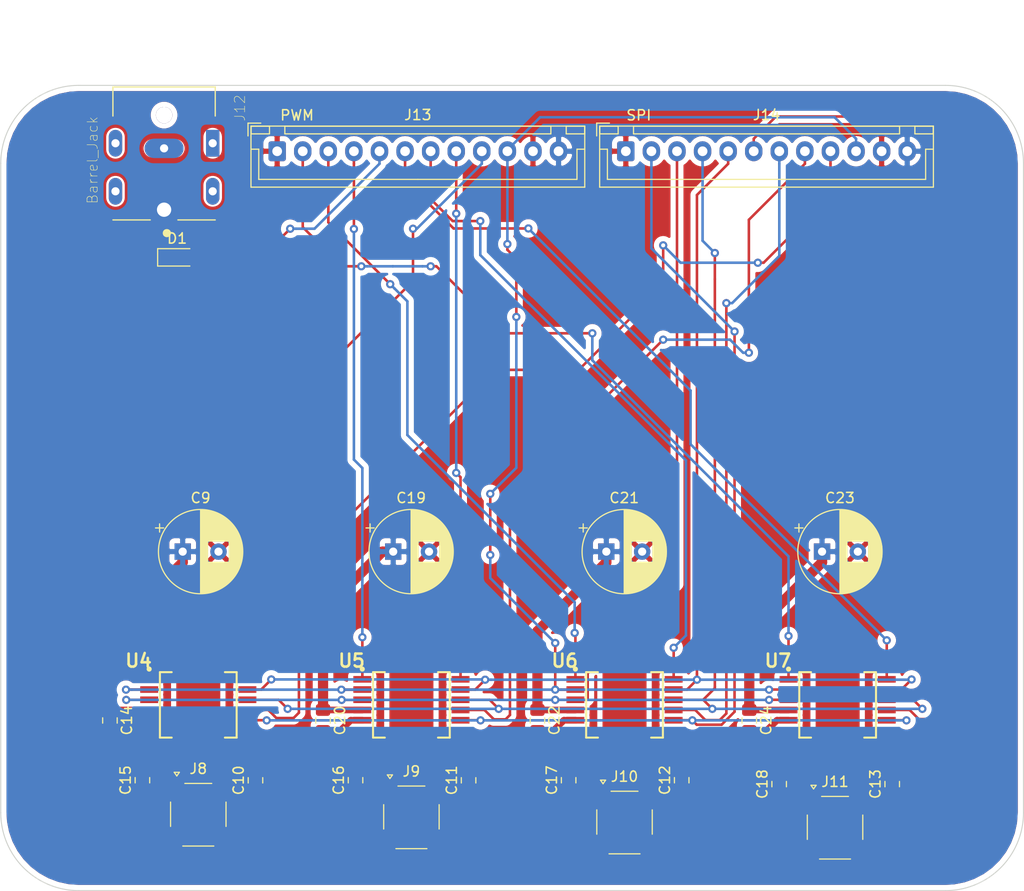
<source format=kicad_pcb>
(kicad_pcb (version 20171130) (host pcbnew "(5.1.5)-3")
  (layers (0 F.Cu signal) (31 B.Cu signal) (34 B.Paste user) (35 F.Paste user) (36 B.SilkS user) (37 F.SilkS user) (38 B.Mask user) (39 F.Mask user) (44 Edge.Cuts user))
  (net 0 "")
  (net 1 GND)
  (net 2 +12V)
  (net 3 VOS)
  (net 4 SPI1_MOSI)
  (net 5 SPI1_MISO)
  (net 6 SPI1_SCK)
  (net 7 NSS4)
  (net 8 NSS3)
  (net 9 NSS2)
  (net 10 NSS1)
  (net 11 M1OUT2)
  (net 12 M2OUT2)
  (net 13 M3OUT2)
  (net 14 M1OUT1)
  (net 15 M2OUT1)
  (net 16 M3OUT1)
  (net 17 M4OUT1)
  (net 18 M4OUT2)
  (net 19 DIR4)
  (net 20 DIR3)
  (net 21 DIR2)
  (net 22 DIR1)
  (net 23 PWM4)
  (net 24 PWM3)
  (net 25 PWM2)
  (net 26 PWM1)
  (net 27 "Net-(J14-Pad5)")
  (module PJ-082BH:CUI_PJ-082BH (layer F.Cu) (at 77.302 42.218 270)
    (fp_text reference J12 (at -4.44099 -7.40666 270) (layer F.SilkS) (effects (font (size 1.00023 1.00023) (thickness 0.05))))
    (fp_text value Barrel_Jack (at 0.649 6.993 270) (layer F.SilkS) (effects (font (size 1.00119 1.00119) (thickness 0.05))))
    (fp_arc (start -0.5 -1.1) (end -0.5 -1.5) (angle -90) (layer Edge.Cuts) (width 0.0001))
    (fp_arc (start -0.5 -1.1) (end -0.1 -1.1) (angle -90) (layer Edge.Cuts) (width 0.0001))
    (fp_line (start -0.1 -1.1) (end -0.1 1.1) (layer Edge.Cuts) (width 0.0001))
    (fp_arc (start -0.5 1.1) (end -0.5 1.5) (angle -90) (layer Edge.Cuts) (width 0.0001))
    (fp_arc (start -0.5 1.1) (end -0.9 1.1) (angle -90) (layer Edge.Cuts) (width 0.0001))
    (fp_line (start -0.9 1.1) (end -0.9 -1.1) (layer Edge.Cuts) (width 0.0001))
    (fp_arc (start 4.3 4.75) (end 4.7 4.75) (angle -90) (layer Edge.Cuts) (width 0.0001))
    (fp_arc (start 4.3 4.75) (end 4.3 5.15) (angle -90) (layer Edge.Cuts) (width 0.0001))
    (fp_line (start 4.3 5.15) (end 3.1 5.15) (layer Edge.Cuts) (width 0.0001))
    (fp_arc (start 3.1 4.75) (end 2.7 4.75) (angle -90) (layer Edge.Cuts) (width 0.0001))
    (fp_arc (start 3.1 4.75) (end 3.1 4.35) (angle -90) (layer Edge.Cuts) (width 0.0001))
    (fp_line (start 3.1 4.35) (end 4.3 4.35) (layer Edge.Cuts) (width 0.0001))
    (fp_arc (start -0.4 -4.75) (end 0 -4.75) (angle -90) (layer Edge.Cuts) (width 0.0001))
    (fp_arc (start -0.4 -4.75) (end -0.4 -4.35) (angle -90) (layer Edge.Cuts) (width 0.0001))
    (fp_line (start -0.4 -4.35) (end -1.6 -4.35) (layer Edge.Cuts) (width 0.0001))
    (fp_arc (start -1.6 -4.75) (end -2 -4.75) (angle -90) (layer Edge.Cuts) (width 0.0001))
    (fp_arc (start -1.6 -4.75) (end -1.6 -5.15) (angle -90) (layer Edge.Cuts) (width 0.0001))
    (fp_line (start -1.6 -5.15) (end -0.4 -5.15) (layer Edge.Cuts) (width 0.0001))
    (fp_arc (start -0.4 4.75) (end 0 4.75) (angle -90) (layer Edge.Cuts) (width 0.0001))
    (fp_arc (start -0.4 4.75) (end -0.4 5.15) (angle -90) (layer Edge.Cuts) (width 0.0001))
    (fp_line (start -0.4 5.15) (end -1.6 5.15) (layer Edge.Cuts) (width 0.0001))
    (fp_arc (start -1.6 4.75) (end -2 4.75) (angle -90) (layer Edge.Cuts) (width 0.0001))
    (fp_arc (start -1.6 4.75) (end -1.6 4.35) (angle -90) (layer Edge.Cuts) (width 0.0001))
    (fp_line (start -1.6 4.35) (end -0.4 4.35) (layer Edge.Cuts) (width 0.0001))
    (fp_arc (start 4.3 -4.75) (end 4.7 -4.75) (angle -90) (layer Edge.Cuts) (width 0.0001))
    (fp_arc (start 4.3 -4.75) (end 4.3 -4.35) (angle -90) (layer Edge.Cuts) (width 0.0001))
    (fp_line (start 4.3 -4.35) (end 3.1 -4.35) (layer Edge.Cuts) (width 0.0001))
    (fp_arc (start 3.1 -4.75) (end 2.7 -4.75) (angle -90) (layer Edge.Cuts) (width 0.0001))
    (fp_arc (start 3.1 -4.75) (end 3.1 -5.15) (angle -90) (layer Edge.Cuts) (width 0.0001))
    (fp_line (start 3.1 -5.15) (end 4.3 -5.15) (layer Edge.Cuts) (width 0.0001))
    (pad 1 thru_hole circle (at 5.5 0 270) (size 2.1 2.1) (drill 1.4) (layers *.Cu *.Mask) (net 2 +12V) (clearance 0.1524))
    (pad 2 thru_hole oval (at -0.5 0) (size 3.8 1.9) (drill 0.8) (layers *.Cu *.Mask) (net 1 GND) (clearance 0.1524))
    (pad 3 thru_hole oval (at 3.7 -4.75 90) (size 2.615999 1.308) (drill 0.8) (layers *.Cu *.Mask) (net 1 GND) (clearance 0.1524))
    (pad 4 thru_hole rect (at -1 -4.75 90) (size 2.615999 1.308) (drill 0.8) (layers *.Cu *.Mask) (net 1 GND) (clearance 0.1524))
    (pad 5 thru_hole oval (at -1 4.75 90) (size 2.615999 1.308) (drill 0.8) (layers *.Cu *.Mask) (net 1 GND) (clearance 0.1524))
    (pad 6 thru_hole oval (at 3.7 4.75 90) (size 2.615999 1.308) (drill 0.8) (layers *.Cu *.Mask) (net 1 GND) (clearance 0.1524))
    (pad Hole thru_hole circle (at -3.75 0) (size 1.6 1.6) (drill 1.6) (layers *.Cu *.Mask))
  )
  (module Capacitor_THT:CP_Radial_D8.0mm_P3.50mm (layer F.Cu) (at 79.121 81.153)
    (fp_text reference C9 (at 1.75 -5.25) (layer F.SilkS))
    (fp_text value 100uF)
    (pad 1 thru_hole rect (at 0 0) (size 1.6 1.6) (drill 0.8) (layers *.Cu *.Mask) (net 2 +12V))
    (pad 2 thru_hole circle (at 3.5 0) (size 1.6 1.6) (drill 0.8) (layers *.Cu *.Mask) (net 1 GND))
  )
  (module Capacitor_SMD:C_0805_2012Metric_Pad1.15x1.40mm_HandSolder (layer F.Cu) (at 86.233 103.514 90)
    (fp_text reference C10 (at 0 -1.65 90) (layer F.SilkS))
    (fp_text value <33nF)
    (pad 2 smd roundrect (at 1.025 0 90) (size 1.15 1.4) (layers F.Cu F.Paste F.Mask) (roundrect_rratio 0.217391) (net 11 M1OUT2))
    (pad 1 smd roundrect (at -1.025 0 90) (size 1.15 1.4) (layers F.Cu F.Paste F.Mask) (roundrect_rratio 0.217391) (net 1 GND))
  )
  (module Capacitor_SMD:C_0805_2012Metric_Pad1.15x1.40mm_HandSolder (layer F.Cu) (at 107.061 103.514 90)
    (fp_text reference C11 (at 0 -1.65 90) (layer F.SilkS))
    (fp_text value <33nF)
    (pad 2 smd roundrect (at 1.025 0 90) (size 1.15 1.4) (layers F.Cu F.Paste F.Mask) (roundrect_rratio 0.217391) (net 12 M2OUT2))
    (pad 1 smd roundrect (at -1.025 0 90) (size 1.15 1.4) (layers F.Cu F.Paste F.Mask) (roundrect_rratio 0.217391) (net 1 GND))
  )
  (module Capacitor_SMD:C_0805_2012Metric_Pad1.15x1.40mm_HandSolder (layer F.Cu) (at 127.889 103.505 90)
    (fp_text reference C12 (at 0 -1.65 90) (layer F.SilkS))
    (fp_text value <33nF)
    (pad 2 smd roundrect (at 1.025 0 90) (size 1.15 1.4) (layers F.Cu F.Paste F.Mask) (roundrect_rratio 0.217391) (net 13 M3OUT2))
    (pad 1 smd roundrect (at -1.025 0 90) (size 1.15 1.4) (layers F.Cu F.Paste F.Mask) (roundrect_rratio 0.217391) (net 1 GND))
  )
  (module Capacitor_SMD:C_0805_2012Metric_Pad1.15x1.40mm_HandSolder (layer F.Cu) (at 148.463 103.886 90)
    (fp_text reference C13 (at 0 -1.65 90) (layer F.SilkS))
    (fp_text value <33nF)
    (pad 1 smd roundrect (at -1.025 0 90) (size 1.15 1.4) (layers F.Cu F.Paste F.Mask) (roundrect_rratio 0.217391) (net 1 GND))
    (pad 2 smd roundrect (at 1.025 0 90) (size 1.15 1.4) (layers F.Cu F.Paste F.Mask) (roundrect_rratio 0.217391) (net 18 M4OUT2))
  )
  (module Capacitor_SMD:C_0805_2012Metric_Pad1.15x1.40mm_HandSolder (layer F.Cu) (at 72.009 97.663 270)
    (fp_text reference C14 (at 0 -1.65 90) (layer F.SilkS))
    (fp_text value 100nF)
    (pad 1 smd roundrect (at -1.025 0 270) (size 1.15 1.4) (layers F.Cu F.Paste F.Mask) (roundrect_rratio 0.217391) (net 2 +12V))
    (pad 2 smd roundrect (at 1.025 0 270) (size 1.15 1.4) (layers F.Cu F.Paste F.Mask) (roundrect_rratio 0.217391) (net 1 GND))
  )
  (module Capacitor_SMD:C_0805_2012Metric_Pad1.15x1.40mm_HandSolder (layer F.Cu) (at 75.184 103.505 90)
    (fp_text reference C15 (at 0 -1.65 90) (layer F.SilkS))
    (fp_text value <33nF)
    (pad 1 smd roundrect (at -1.025 0 90) (size 1.15 1.4) (layers F.Cu F.Paste F.Mask) (roundrect_rratio 0.217391) (net 1 GND))
    (pad 2 smd roundrect (at 1.025 0 90) (size 1.15 1.4) (layers F.Cu F.Paste F.Mask) (roundrect_rratio 0.217391) (net 14 M1OUT1))
  )
  (module Capacitor_SMD:C_0805_2012Metric_Pad1.15x1.40mm_HandSolder (layer F.Cu) (at 96.012 103.505 90)
    (fp_text reference C16 (at 0 -1.65 90) (layer F.SilkS))
    (fp_text value <33nF)
    (pad 1 smd roundrect (at -1.025 0 90) (size 1.15 1.4) (layers F.Cu F.Paste F.Mask) (roundrect_rratio 0.217391) (net 1 GND))
    (pad 2 smd roundrect (at 1.025 0 90) (size 1.15 1.4) (layers F.Cu F.Paste F.Mask) (roundrect_rratio 0.217391) (net 15 M2OUT1))
  )
  (module Capacitor_SMD:C_0805_2012Metric_Pad1.15x1.40mm_HandSolder (layer F.Cu) (at 116.84 103.505 90)
    (fp_text reference C17 (at 0 -1.65 90) (layer F.SilkS))
    (fp_text value <33nF)
    (pad 1 smd roundrect (at -1.025 0 90) (size 1.15 1.4) (layers F.Cu F.Paste F.Mask) (roundrect_rratio 0.217391) (net 1 GND))
    (pad 2 smd roundrect (at 1.025 0 90) (size 1.15 1.4) (layers F.Cu F.Paste F.Mask) (roundrect_rratio 0.217391) (net 16 M3OUT1))
  )
  (module Capacitor_SMD:C_0805_2012Metric_Pad1.15x1.40mm_HandSolder (layer F.Cu) (at 137.414 103.886 90)
    (fp_text reference C18 (at 0 -1.65 90) (layer F.SilkS))
    (fp_text value <33nF)
    (pad 1 smd roundrect (at -1.025 0 90) (size 1.15 1.4) (layers F.Cu F.Paste F.Mask) (roundrect_rratio 0.217391) (net 1 GND))
    (pad 2 smd roundrect (at 1.025 0 90) (size 1.15 1.4) (layers F.Cu F.Paste F.Mask) (roundrect_rratio 0.217391) (net 17 M4OUT1))
  )
  (module Capacitor_THT:CP_Radial_D8.0mm_P3.50mm (layer F.Cu) (at 99.695 81.153)
    (fp_text reference C19 (at 1.75 -5.25) (layer F.SilkS))
    (fp_text value 100uF)
    (pad 2 thru_hole circle (at 3.5 0) (size 1.6 1.6) (drill 0.8) (layers *.Cu *.Mask) (net 1 GND))
    (pad 1 thru_hole rect (at 0 0) (size 1.6 1.6) (drill 0.8) (layers *.Cu *.Mask) (net 2 +12V))
  )
  (module Capacitor_SMD:C_0805_2012Metric_Pad1.15x1.40mm_HandSolder (layer F.Cu) (at 92.837 97.663 270)
    (fp_text reference C20 (at 0 -1.65 90) (layer F.SilkS))
    (fp_text value 100nF)
    (pad 2 smd roundrect (at 1.025 0 270) (size 1.15 1.4) (layers F.Cu F.Paste F.Mask) (roundrect_rratio 0.217391) (net 1 GND))
    (pad 1 smd roundrect (at -1.025 0 270) (size 1.15 1.4) (layers F.Cu F.Paste F.Mask) (roundrect_rratio 0.217391) (net 2 +12V))
  )
  (module Capacitor_THT:CP_Radial_D8.0mm_P3.50mm (layer F.Cu) (at 120.523 81.153)
    (fp_text reference C21 (at 1.75 -5.25) (layer F.SilkS))
    (fp_text value 100uF)
    (pad 1 thru_hole rect (at 0 0) (size 1.6 1.6) (drill 0.8) (layers *.Cu *.Mask) (net 2 +12V))
    (pad 2 thru_hole circle (at 3.5 0) (size 1.6 1.6) (drill 0.8) (layers *.Cu *.Mask) (net 1 GND))
  )
  (module Capacitor_SMD:C_0805_2012Metric_Pad1.15x1.40mm_HandSolder (layer F.Cu) (at 113.792 97.663 270)
    (fp_text reference C22 (at 0 -1.65 90) (layer F.SilkS))
    (fp_text value 100nF)
    (pad 1 smd roundrect (at -1.025 0 270) (size 1.15 1.4) (layers F.Cu F.Paste F.Mask) (roundrect_rratio 0.217391) (net 2 +12V))
    (pad 2 smd roundrect (at 1.025 0 270) (size 1.15 1.4) (layers F.Cu F.Paste F.Mask) (roundrect_rratio 0.217391) (net 1 GND))
  )
  (module Capacitor_THT:CP_Radial_D8.0mm_P3.50mm (layer F.Cu) (at 141.605 81.153)
    (fp_text reference C23 (at 1.75 -5.25) (layer F.SilkS))
    (fp_text value 100uF)
    (pad 2 thru_hole circle (at 3.5 0) (size 1.6 1.6) (drill 0.8) (layers *.Cu *.Mask) (net 1 GND))
    (pad 1 thru_hole rect (at 0 0) (size 1.6 1.6) (drill 0.8) (layers *.Cu *.Mask) (net 2 +12V))
  )
  (module Capacitor_SMD:C_0805_2012Metric_Pad1.15x1.40mm_HandSolder (layer F.Cu) (at 134.493 97.663 270)
    (fp_text reference C24 (at 0 -1.65 90) (layer F.SilkS))
    (fp_text value 100nF)
    (pad 2 smd roundrect (at 1.025 0 270) (size 1.15 1.4) (layers F.Cu F.Paste F.Mask) (roundrect_rratio 0.217391) (net 1 GND))
    (pad 1 smd roundrect (at -1.025 0 270) (size 1.15 1.4) (layers F.Cu F.Paste F.Mask) (roundrect_rratio 0.217391) (net 2 +12V))
  )
  (module Diode_SMD:D_SOD-323_HandSoldering (layer F.Cu) (at 78.572 52.378)
    (fp_text reference D1 (at 0 -1.85) (layer F.SilkS))
    (fp_text value D_Zener)
    (pad 1 smd rect (at -1.25 0) (size 1 1) (layers F.Cu F.Paste F.Mask) (net 2 +12V))
    (pad 2 smd rect (at 1.25 0) (size 1 1) (layers F.Cu F.Paste F.Mask) (net 1 GND))
  )
  (module Connector_JST:JST_SFH_SM02B-SFHRS-TF_1x02-1MP_P4.20mm_Horizontal (layer F.Cu) (at 80.645 106.807)
    (fp_text reference J8 (at 0 -4.42) (layer F.SilkS))
    (fp_text value Conn_01x02_Male)
    (pad MP smd roundrect (at 2.2 2.35) (size 0.85 1.75) (layers F.Cu F.Paste F.Mask))
    (pad MP smd roundrect (at -2.2 2.35) (size 0.85 1.75) (layers F.Cu F.Paste F.Mask))
    (pad 2 smd roundrect (at 2.1 -2.325) (size 1.05 1.8) (layers F.Cu F.Paste F.Mask) (roundrect_rratio 0.238095) (net 11 M1OUT2))
    (pad 1 smd roundrect (at -2.1 -2.325) (size 1.05 1.8) (layers F.Cu F.Paste F.Mask) (roundrect_rratio 0.238095) (net 14 M1OUT1))
  )
  (module Connector_JST:JST_SFH_SM02B-SFHRS-TF_1x02-1MP_P4.20mm_Horizontal (layer F.Cu) (at 101.473 107.061)
    (fp_text reference J9 (at 0 -4.42) (layer F.SilkS))
    (fp_text value Conn_01x02_Male)
    (pad 1 smd roundrect (at -2.1 -2.325) (size 1.05 1.8) (layers F.Cu F.Paste F.Mask) (roundrect_rratio 0.238095) (net 15 M2OUT1))
    (pad 2 smd roundrect (at 2.1 -2.325) (size 1.05 1.8) (layers F.Cu F.Paste F.Mask) (roundrect_rratio 0.238095) (net 12 M2OUT2))
    (pad MP smd roundrect (at -2.2 2.35) (size 0.85 1.75) (layers F.Cu F.Paste F.Mask))
    (pad MP smd roundrect (at 2.2 2.35) (size 0.85 1.75) (layers F.Cu F.Paste F.Mask))
  )
  (module Connector_JST:JST_SFH_SM02B-SFHRS-TF_1x02-1MP_P4.20mm_Horizontal (layer F.Cu) (at 122.301 107.569)
    (fp_text reference J10 (at 0 -4.42) (layer F.SilkS))
    (fp_text value Conn_01x02_Male)
    (pad MP smd roundrect (at 2.2 2.35) (size 0.85 1.75) (layers F.Cu F.Paste F.Mask))
    (pad MP smd roundrect (at -2.2 2.35) (size 0.85 1.75) (layers F.Cu F.Paste F.Mask))
    (pad 2 smd roundrect (at 2.1 -2.325) (size 1.05 1.8) (layers F.Cu F.Paste F.Mask) (roundrect_rratio 0.238095) (net 13 M3OUT2))
    (pad 1 smd roundrect (at -2.1 -2.325) (size 1.05 1.8) (layers F.Cu F.Paste F.Mask) (roundrect_rratio 0.238095) (net 16 M3OUT1))
  )
  (module Connector_JST:JST_SFH_SM02B-SFHRS-TF_1x02-1MP_P4.20mm_Horizontal (layer F.Cu) (at 142.875 108.077)
    (fp_text reference J11 (at 0 -4.42) (layer F.SilkS))
    (fp_text value Conn_01x02_Male)
    (pad 1 smd roundrect (at -2.1 -2.325) (size 1.05 1.8) (layers F.Cu F.Paste F.Mask) (roundrect_rratio 0.238095) (net 17 M4OUT1))
    (pad 2 smd roundrect (at 2.1 -2.325) (size 1.05 1.8) (layers F.Cu F.Paste F.Mask) (roundrect_rratio 0.238095) (net 18 M4OUT2))
    (pad MP smd roundrect (at -2.2 2.35) (size 0.85 1.75) (layers F.Cu F.Paste F.Mask))
    (pad MP smd roundrect (at 2.2 2.35) (size 0.85 1.75) (layers F.Cu F.Paste F.Mask))
  )
  (module Connector_JST:JST_XH_B12B-XH-A_1x12_P2.50mm_Vertical (layer F.Cu) (at 88.354 42.002)
    (fp_text reference J13 (at 13.75 -3.55) (layer F.SilkS))
    (fp_text value Conn_01x12_Male)
    (pad 1 thru_hole roundrect (at 0 0) (size 1.7 1.95) (drill 0.95) (layers *.Cu *.Mask) (roundrect_rratio 0.147059) (net 1 GND))
    (pad 2 thru_hole oval (at 2.5 0) (size 1.7 1.95) (drill 0.95) (layers *.Cu *.Mask) (net 19 DIR4))
    (pad 3 thru_hole oval (at 5 0) (size 1.7 1.95) (drill 0.95) (layers *.Cu *.Mask) (net 20 DIR3))
    (pad 4 thru_hole oval (at 7.5 0) (size 1.7 1.95) (drill 0.95) (layers *.Cu *.Mask) (net 21 DIR2))
    (pad 5 thru_hole oval (at 10 0) (size 1.7 1.95) (drill 0.95) (layers *.Cu *.Mask) (net 22 DIR1))
    (pad 6 thru_hole oval (at 12.5 0) (size 1.7 1.95) (drill 0.95) (layers *.Cu *.Mask) (net 23 PWM4))
    (pad 7 thru_hole oval (at 15 0) (size 1.7 1.95) (drill 0.95) (layers *.Cu *.Mask) (net 24 PWM3))
    (pad 8 thru_hole oval (at 17.5 0) (size 1.7 1.95) (drill 0.95) (layers *.Cu *.Mask) (net 25 PWM2))
    (pad 9 thru_hole oval (at 20 0) (size 1.7 1.95) (drill 0.95) (layers *.Cu *.Mask) (net 26 PWM1))
    (pad 10 thru_hole oval (at 22.5 0) (size 1.7 1.95) (drill 0.95) (layers *.Cu *.Mask) (net 3 VOS))
    (pad 11 thru_hole oval (at 25 0) (size 1.7 1.95) (drill 0.95) (layers *.Cu *.Mask) (net 1 GND))
    (pad 12 thru_hole oval (at 27.5 0) (size 1.7 1.95) (drill 0.95) (layers *.Cu *.Mask) (net 2 +12V))
  )
  (module Connector_JST:JST_XH_B12B-XH-A_1x12_P2.50mm_Vertical (layer F.Cu) (at 122.429 42.002)
    (fp_text reference J14 (at 13.75 -3.55) (layer F.SilkS))
    (fp_text value Conn_01x12_Male)
    (pad 12 thru_hole oval (at 27.5 0) (size 1.7 1.95) (drill 0.95) (layers *.Cu *.Mask) (net 2 +12V))
    (pad 11 thru_hole oval (at 25 0) (size 1.7 1.95) (drill 0.95) (layers *.Cu *.Mask) (net 1 GND))
    (pad 10 thru_hole oval (at 22.5 0) (size 1.7 1.95) (drill 0.95) (layers *.Cu *.Mask) (net 3 VOS))
    (pad 9 thru_hole oval (at 20 0) (size 1.7 1.95) (drill 0.95) (layers *.Cu *.Mask) (net 10 NSS1))
    (pad 8 thru_hole oval (at 17.5 0) (size 1.7 1.95) (drill 0.95) (layers *.Cu *.Mask) (net 9 NSS2))
    (pad 7 thru_hole oval (at 15 0) (size 1.7 1.95) (drill 0.95) (layers *.Cu *.Mask) (net 8 NSS3))
    (pad 6 thru_hole oval (at 12.5 0) (size 1.7 1.95) (drill 0.95) (layers *.Cu *.Mask) (net 7 NSS4))
    (pad 5 thru_hole oval (at 10 0) (size 1.7 1.95) (drill 0.95) (layers *.Cu *.Mask) (net 27 "Net-(J14-Pad5)"))
    (pad 4 thru_hole oval (at 7.5 0) (size 1.7 1.95) (drill 0.95) (layers *.Cu *.Mask) (net 6 SPI1_SCK))
    (pad 3 thru_hole oval (at 5 0) (size 1.7 1.95) (drill 0.95) (layers *.Cu *.Mask) (net 5 SPI1_MISO))
    (pad 2 thru_hole oval (at 2.5 0) (size 1.7 1.95) (drill 0.95) (layers *.Cu *.Mask) (net 4 SPI1_MOSI))
    (pad 1 thru_hole roundrect (at 0 0) (size 1.7 1.95) (drill 0.95) (layers *.Cu *.Mask) (roundrect_rratio 0.147059) (net 1 GND))
  )
  (module SamacSys_Parts:PG-DSO-12-17 (layer F.Cu) (at 80.645 96.139)
    (fp_text reference U4 (at -5.842 -4.318) (layer F.SilkS) (effects (font (size 1.27 1.27) (thickness 0.254))))
    (fp_text value IFX9201SGAUMA1 hide)
    (pad 13 smd rect (at 0 0) (size 4.3 7.9) (layers F.Cu F.Paste F.Mask))
    (pad 12 smd rect (at 4.8 -2.5 90) (size 0.65 1.75) (layers F.Cu F.Paste F.Mask) (net 26 PWM1))
    (pad 11 smd rect (at 4.8 -1.5 90) (size 0.65 1.75) (layers F.Cu F.Paste F.Mask) (net 27 "Net-(J14-Pad5)"))
    (pad 10 smd rect (at 4.8 -0.5 90) (size 0.65 1.75) (layers F.Cu F.Paste F.Mask) (net 6 SPI1_SCK))
    (pad 9 smd rect (at 4.8 0.5 90) (size 0.65 1.75) (layers F.Cu F.Paste F.Mask) (net 10 NSS1))
    (pad 8 smd rect (at 4.8 1.5 90) (size 0.65 1.75) (layers F.Cu F.Paste F.Mask) (net 4 SPI1_MOSI))
    (pad 7 smd rect (at 4.8 2.5 90) (size 0.65 1.75) (layers F.Cu F.Paste F.Mask) (net 11 M1OUT2))
    (pad 6 smd rect (at -4.8 2.5 90) (size 0.65 1.75) (layers F.Cu F.Paste F.Mask) (net 1 GND))
    (pad 5 smd rect (at -4.8 1.5 90) (size 0.65 1.75) (layers F.Cu F.Paste F.Mask) (net 14 M1OUT1))
    (pad 4 smd rect (at -4.8 0.5 90) (size 0.65 1.75) (layers F.Cu F.Paste F.Mask) (net 2 +12V))
    (pad 3 smd rect (at -4.8 -0.5 90) (size 0.65 1.75) (layers F.Cu F.Paste F.Mask) (net 5 SPI1_MISO))
    (pad 2 smd rect (at -4.8 -1.5 90) (size 0.65 1.75) (layers F.Cu F.Paste F.Mask) (net 3 VOS))
    (pad 1 smd rect (at -4.8 -2.5 90) (size 0.65 1.75) (layers F.Cu F.Paste F.Mask) (net 22 DIR1))
  )
  (module SamacSys_Parts:PG-DSO-12-17 (layer F.Cu) (at 101.473 96.139)
    (fp_text reference U5 (at -5.842 -4.318) (layer F.SilkS) (effects (font (size 1.27 1.27) (thickness 0.254))))
    (fp_text value IFX9201SGAUMA1 hide)
    (pad 1 smd rect (at -4.8 -2.5 90) (size 0.65 1.75) (layers F.Cu F.Paste F.Mask) (net 21 DIR2))
    (pad 2 smd rect (at -4.8 -1.5 90) (size 0.65 1.75) (layers F.Cu F.Paste F.Mask) (net 3 VOS))
    (pad 3 smd rect (at -4.8 -0.5 90) (size 0.65 1.75) (layers F.Cu F.Paste F.Mask) (net 5 SPI1_MISO))
    (pad 4 smd rect (at -4.8 0.5 90) (size 0.65 1.75) (layers F.Cu F.Paste F.Mask) (net 2 +12V))
    (pad 5 smd rect (at -4.8 1.5 90) (size 0.65 1.75) (layers F.Cu F.Paste F.Mask) (net 15 M2OUT1))
    (pad 6 smd rect (at -4.8 2.5 90) (size 0.65 1.75) (layers F.Cu F.Paste F.Mask) (net 1 GND))
    (pad 7 smd rect (at 4.8 2.5 90) (size 0.65 1.75) (layers F.Cu F.Paste F.Mask) (net 12 M2OUT2))
    (pad 8 smd rect (at 4.8 1.5 90) (size 0.65 1.75) (layers F.Cu F.Paste F.Mask) (net 4 SPI1_MOSI))
    (pad 9 smd rect (at 4.8 0.5 90) (size 0.65 1.75) (layers F.Cu F.Paste F.Mask) (net 9 NSS2))
    (pad 10 smd rect (at 4.8 -0.5 90) (size 0.65 1.75) (layers F.Cu F.Paste F.Mask) (net 6 SPI1_SCK))
    (pad 11 smd rect (at 4.8 -1.5 90) (size 0.65 1.75) (layers F.Cu F.Paste F.Mask) (net 27 "Net-(J14-Pad5)"))
    (pad 12 smd rect (at 4.8 -2.5 90) (size 0.65 1.75) (layers F.Cu F.Paste F.Mask) (net 25 PWM2))
    (pad 13 smd rect (at 0 0) (size 4.3 7.9) (layers F.Cu F.Paste F.Mask))
  )
  (module SamacSys_Parts:PG-DSO-12-17 (layer F.Cu) (at 122.301 96.139)
    (fp_text reference U6 (at -5.842 -4.318) (layer F.SilkS) (effects (font (size 1.27 1.27) (thickness 0.254))))
    (fp_text value IFX9201SGAUMA1 hide)
    (pad 13 smd rect (at 0 0) (size 4.3 7.9) (layers F.Cu F.Paste F.Mask))
    (pad 12 smd rect (at 4.8 -2.5 90) (size 0.65 1.75) (layers F.Cu F.Paste F.Mask) (net 24 PWM3))
    (pad 11 smd rect (at 4.8 -1.5 90) (size 0.65 1.75) (layers F.Cu F.Paste F.Mask) (net 27 "Net-(J14-Pad5)"))
    (pad 10 smd rect (at 4.8 -0.5 90) (size 0.65 1.75) (layers F.Cu F.Paste F.Mask) (net 6 SPI1_SCK))
    (pad 9 smd rect (at 4.8 0.5 90) (size 0.65 1.75) (layers F.Cu F.Paste F.Mask) (net 8 NSS3))
    (pad 8 smd rect (at 4.8 1.5 90) (size 0.65 1.75) (layers F.Cu F.Paste F.Mask) (net 4 SPI1_MOSI))
    (pad 7 smd rect (at 4.8 2.5 90) (size 0.65 1.75) (layers F.Cu F.Paste F.Mask) (net 13 M3OUT2))
    (pad 6 smd rect (at -4.8 2.5 90) (size 0.65 1.75) (layers F.Cu F.Paste F.Mask) (net 1 GND))
    (pad 5 smd rect (at -4.8 1.5 90) (size 0.65 1.75) (layers F.Cu F.Paste F.Mask) (net 16 M3OUT1))
    (pad 4 smd rect (at -4.8 0.5 90) (size 0.65 1.75) (layers F.Cu F.Paste F.Mask) (net 2 +12V))
    (pad 3 smd rect (at -4.8 -0.5 90) (size 0.65 1.75) (layers F.Cu F.Paste F.Mask) (net 5 SPI1_MISO))
    (pad 2 smd rect (at -4.8 -1.5 90) (size 0.65 1.75) (layers F.Cu F.Paste F.Mask) (net 3 VOS))
    (pad 1 smd rect (at -4.8 -2.5 90) (size 0.65 1.75) (layers F.Cu F.Paste F.Mask) (net 20 DIR3))
  )
  (module SamacSys_Parts:PG-DSO-12-17 (layer F.Cu) (at 143.129 96.139)
    (fp_text reference U7 (at -5.842 -4.318) (layer F.SilkS) (effects (font (size 1.27 1.27) (thickness 0.254))))
    (fp_text value IFX9201SGAUMA1 hide)
    (pad 1 smd rect (at -4.8 -2.5 90) (size 0.65 1.75) (layers F.Cu F.Paste F.Mask) (net 19 DIR4))
    (pad 2 smd rect (at -4.8 -1.5 90) (size 0.65 1.75) (layers F.Cu F.Paste F.Mask) (net 3 VOS))
    (pad 3 smd rect (at -4.8 -0.5 90) (size 0.65 1.75) (layers F.Cu F.Paste F.Mask) (net 5 SPI1_MISO))
    (pad 4 smd rect (at -4.8 0.5 90) (size 0.65 1.75) (layers F.Cu F.Paste F.Mask) (net 2 +12V))
    (pad 5 smd rect (at -4.8 1.5 90) (size 0.65 1.75) (layers F.Cu F.Paste F.Mask) (net 17 M4OUT1))
    (pad 6 smd rect (at -4.8 2.5 90) (size 0.65 1.75) (layers F.Cu F.Paste F.Mask) (net 1 GND))
    (pad 7 smd rect (at 4.8 2.5 90) (size 0.65 1.75) (layers F.Cu F.Paste F.Mask) (net 18 M4OUT2))
    (pad 8 smd rect (at 4.8 1.5 90) (size 0.65 1.75) (layers F.Cu F.Paste F.Mask) (net 4 SPI1_MOSI))
    (pad 9 smd rect (at 4.8 0.5 90) (size 0.65 1.75) (layers F.Cu F.Paste F.Mask) (net 7 NSS4))
    (pad 10 smd rect (at 4.8 -0.5 90) (size 0.65 1.75) (layers F.Cu F.Paste F.Mask) (net 6 SPI1_SCK))
    (pad 11 smd rect (at 4.8 -1.5 90) (size 0.65 1.75) (layers F.Cu F.Paste F.Mask) (net 27 "Net-(J14-Pad5)"))
    (pad 12 smd rect (at 4.8 -2.5 90) (size 0.65 1.75) (layers F.Cu F.Paste F.Mask) (net 23 PWM4))
    (pad 13 smd rect (at 0 0) (size 4.3 7.9) (layers F.Cu F.Paste F.Mask))
  )
  (gr_text SPI (at 123.698 38.481) (layer F.SilkS) (effects (font (size 1 1))))
  (gr_text "PWM\n" (at 90.297 38.481) (layer F.SilkS) (effects (font (size 1 1))))
  (gr_arc (start 153.67 106.68) (end 153.67 114.3) (angle -90) (layer Edge.Cuts) (width 0.1))
  (gr_arc (start 68.961 106.68) (end 61.341 106.68) (angle -90) (layer Edge.Cuts) (width 0.1))
  (gr_arc (start 68.961 43.18) (end 68.961 35.56) (angle -90) (layer Edge.Cuts) (width 0.1))
  (gr_arc (start 153.67 43.18) (end 161.29 43.18) (angle -90) (layer Edge.Cuts) (width 0.1))
  (gr_line (start 61.341 43.18) (end 61.341 106.68) (layer Edge.Cuts) (width 0.1))
  (gr_line (start 161.29 43.18) (end 161.29 106.68) (layer Edge.Cuts) (width 0.1))
  (gr_line (start 153.67 114.3) (end 68.961 114.3) (layer Edge.Cuts) (width 0.1))
  (gr_line (start 153.67 35.56) (end 68.961 35.56) (layer Edge.Cuts) (width 0.1))
  (segment (start 82.052 41.218) (end 82.052 41.867711) (width 0.25) (layer F.Cu) (net 1))
  (segment (start 82.073631 41.889342) (end 82.080516 41.886879) (width 0.25) (layer F.Cu) (net 1))
  (segment (start 82.052 41.867711) (end 82.073631 41.889342) (width 0.25) (layer F.Cu) (net 1))
  (segment (start 82.073627 46.589343) (end 82.08052 46.586877) (width 0.25) (layer F.Cu) (net 1))
  (segment (start 82.052 45.918) (end 82.052 46.567716) (width 0.25) (layer F.Cu) (net 1))
  (segment (start 82.052 46.567716) (end 82.073627 46.589343) (width 0.25) (layer F.Cu) (net 1))
  (segment (start 77.373342 41.789342) (end 78.423631 41.789342) (width 0.25) (layer F.Cu) (net 1))
  (segment (start 77.302 41.718) (end 77.373342 41.789342) (width 0.25) (layer F.Cu) (net 1))
  (segment (start 75.844 96.638) (end 75.845 96.639) (width 0.25) (layer F.Cu) (net 2))
  (segment (start 72.009 96.638) (end 75.844 96.638) (width 0.65) (layer F.Cu) (net 2))
  (segment (start 96.672 96.638) (end 96.673 96.639) (width 0.25) (layer F.Cu) (net 2))
  (segment (start 92.837 96.638) (end 96.672 96.638) (width 0.65) (layer F.Cu) (net 2))
  (segment (start 138.328 96.638) (end 138.329 96.639) (width 0.25) (layer F.Cu) (net 2))
  (segment (start 134.493 96.638) (end 138.328 96.638) (width 0.65) (layer F.Cu) (net 2))
  (segment (start 134.493 96.063) (end 134.493 96.638) (width 1) (layer F.Cu) (net 2))
  (segment (start 134.493 89.315) (end 134.493 96.063) (width 1) (layer F.Cu) (net 2))
  (segment (start 141.605 82.203) (end 134.493 89.315) (width 1) (layer F.Cu) (net 2))
  (segment (start 141.605 81.153) (end 141.605 82.203) (width 1) (layer F.Cu) (net 2))
  (segment (start 113.792 96.063) (end 113.792 96.638) (width 1) (layer F.Cu) (net 2))
  (segment (start 113.792 88.934) (end 113.792 96.063) (width 1) (layer F.Cu) (net 2))
  (segment (start 120.523 82.203) (end 113.792 88.934) (width 1) (layer F.Cu) (net 2))
  (segment (start 120.523 81.153) (end 120.523 82.203) (width 1) (layer F.Cu) (net 2))
  (segment (start 92.837 96.063) (end 92.837 96.638) (width 1) (layer F.Cu) (net 2))
  (segment (start 92.837 86.961) (end 92.837 96.063) (width 1) (layer F.Cu) (net 2))
  (segment (start 98.645 81.153) (end 92.837 86.961) (width 1) (layer F.Cu) (net 2))
  (segment (start 99.695 81.153) (end 98.645 81.153) (width 1) (layer F.Cu) (net 2))
  (segment (start 79.121 82.203) (end 72.009 89.315) (width 1) (layer F.Cu) (net 2))
  (segment (start 72.009 96.063) (end 72.009 96.638) (width 0.25) (layer F.Cu) (net 2))
  (segment (start 72.009 89.315) (end 72.009 96.063) (width 1) (layer F.Cu) (net 2))
  (segment (start 79.121 81.153) (end 79.121 82.203) (width 1) (layer F.Cu) (net 2))
  (segment (start 77.302 52.358) (end 77.322 52.378) (width 0.25) (layer F.Cu) (net 2))
  (segment (start 77.302 47.718) (end 77.302 52.358) (width 0.25) (layer F.Cu) (net 2))
  (segment (start 113.793 96.639) (end 113.792 96.638) (width 0.25) (layer F.Cu) (net 2))
  (segment (start 117.501 96.639) (end 113.793 96.639) (width 0.65) (layer F.Cu) (net 2))
  (via (at 136.429 94.652) (size 0.8) (drill 0.4) (layers F.Cu B.Cu) (net 3))
  (via (at 94.629 94.652) (size 0.8) (drill 0.4) (layers F.Cu B.Cu) (net 3))
  (via (at 73.579 94.652) (size 0.8) (drill 0.4) (layers F.Cu B.Cu) (net 3))
  (via (at 115.529 94.652) (size 0.8) (drill 0.4) (layers F.Cu B.Cu) (net 3))
  (segment (start 73.592 94.639) (end 73.579 94.652) (width 0.25) (layer F.Cu) (net 3))
  (segment (start 75.845 94.639) (end 73.592 94.639) (width 0.25) (layer F.Cu) (net 3))
  (segment (start 96.66 94.652) (end 96.673 94.639) (width 0.25) (layer F.Cu) (net 3))
  (segment (start 94.629 94.652) (end 96.66 94.652) (width 0.25) (layer F.Cu) (net 3))
  (segment (start 117.488 94.652) (end 117.501 94.639) (width 0.25) (layer F.Cu) (net 3))
  (segment (start 115.529 94.652) (end 117.488 94.652) (width 0.25) (layer F.Cu) (net 3))
  (segment (start 136.442 94.639) (end 136.429 94.652) (width 0.25) (layer F.Cu) (net 3))
  (segment (start 138.329 94.639) (end 136.442 94.639) (width 0.25) (layer F.Cu) (net 3))
  (segment (start 74.144685 94.652) (end 94.629 94.652) (width 0.25) (layer B.Cu) (net 3))
  (segment (start 73.579 94.652) (end 74.144685 94.652) (width 0.25) (layer B.Cu) (net 3))
  (segment (start 94.629 94.652) (end 115.529 94.652) (width 0.25) (layer B.Cu) (net 3))
  (segment (start 116.094685 94.652) (end 136.429 94.652) (width 0.25) (layer B.Cu) (net 3))
  (segment (start 115.529 94.652) (end 116.094685 94.652) (width 0.25) (layer B.Cu) (net 3))
  (segment (start 110.854 42.002) (end 110.854 51.077) (width 0.25) (layer B.Cu) (net 3))
  (via (at 110.854 51.077) (size 0.8) (drill 0.4) (layers F.Cu B.Cu) (net 3))
  (segment (start 110.854 41.877) (end 114.054 38.677) (width 0.25) (layer B.Cu) (net 3))
  (segment (start 110.854 42.002) (end 110.854 41.877) (width 0.25) (layer B.Cu) (net 3))
  (segment (start 144.929 40.777) (end 144.929 42.002) (width 0.25) (layer B.Cu) (net 3))
  (segment (start 142.829 38.677) (end 144.929 40.777) (width 0.25) (layer B.Cu) (net 3))
  (segment (start 114.054 38.677) (end 142.829 38.677) (width 0.25) (layer B.Cu) (net 3))
  (segment (start 110.854 51.642685) (end 111.729 52.517685) (width 0.25) (layer F.Cu) (net 3))
  (segment (start 110.854 51.077) (end 110.854 51.642685) (width 0.25) (layer F.Cu) (net 3))
  (segment (start 111.729 52.517685) (end 111.729 58.202) (width 0.25) (layer F.Cu) (net 3))
  (via (at 111.729 58.202) (size 0.8) (drill 0.4) (layers F.Cu B.Cu) (net 3))
  (segment (start 111.729 58.202) (end 111.729 72.952) (width 0.25) (layer B.Cu) (net 3))
  (segment (start 111.729 72.952) (end 109.179 75.502) (width 0.25) (layer B.Cu) (net 3))
  (via (at 109.179 75.502) (size 0.8) (drill 0.4) (layers F.Cu B.Cu) (net 3))
  (segment (start 109.179 75.502) (end 109.179 81.477) (width 0.25) (layer F.Cu) (net 3))
  (via (at 109.179 81.477) (size 0.8) (drill 0.4) (layers F.Cu B.Cu) (net 3))
  (segment (start 115.529 94.652) (end 115.529 94.086315) (width 0.25) (layer F.Cu) (net 3))
  (segment (start 115.529 94.086315) (end 115.529 90.087) (width 0.25) (layer F.Cu) (net 3))
  (via (at 115.529 90.087) (size 0.8) (drill 0.4) (layers F.Cu B.Cu) (net 3))
  (segment (start 109.179 83.737) (end 109.179 81.477) (width 0.25) (layer B.Cu) (net 3))
  (segment (start 115.529 90.087) (end 109.179 83.737) (width 0.25) (layer B.Cu) (net 3))
  (via (at 108.229 97.652) (size 0.8) (drill 0.4) (layers F.Cu B.Cu) (net 4))
  (via (at 128.929 97.652) (size 0.8) (drill 0.4) (layers F.Cu B.Cu) (net 4))
  (via (at 149.854 97.652) (size 0.8) (drill 0.4) (layers F.Cu B.Cu) (net 4))
  (via (at 87.329 97.652) (size 0.8) (drill 0.4) (layers F.Cu B.Cu) (net 4))
  (segment (start 87.316 97.639) (end 87.329 97.652) (width 0.25) (layer F.Cu) (net 4))
  (segment (start 85.445 97.639) (end 87.316 97.639) (width 0.25) (layer F.Cu) (net 4))
  (segment (start 108.216 97.639) (end 108.229 97.652) (width 0.25) (layer F.Cu) (net 4))
  (segment (start 106.273 97.639) (end 108.216 97.639) (width 0.25) (layer F.Cu) (net 4))
  (segment (start 128.916 97.639) (end 128.929 97.652) (width 0.25) (layer F.Cu) (net 4))
  (segment (start 127.101 97.639) (end 128.916 97.639) (width 0.25) (layer F.Cu) (net 4))
  (segment (start 149.841 97.639) (end 149.854 97.652) (width 0.25) (layer F.Cu) (net 4))
  (segment (start 147.929 97.639) (end 149.841 97.639) (width 0.25) (layer F.Cu) (net 4))
  (segment (start 149.288315 97.652) (end 128.929 97.652) (width 0.25) (layer B.Cu) (net 4))
  (segment (start 149.854 97.652) (end 149.288315 97.652) (width 0.25) (layer B.Cu) (net 4))
  (segment (start 128.363315 97.652) (end 108.229 97.652) (width 0.25) (layer B.Cu) (net 4))
  (segment (start 128.929 97.652) (end 128.363315 97.652) (width 0.25) (layer B.Cu) (net 4))
  (segment (start 107.663315 97.652) (end 87.329 97.652) (width 0.25) (layer B.Cu) (net 4))
  (segment (start 108.229 97.652) (end 107.663315 97.652) (width 0.25) (layer B.Cu) (net 4))
  (segment (start 131.790401 98.077009) (end 133.054 96.81341) (width 0.25) (layer F.Cu) (net 4))
  (segment (start 128.929 97.652) (end 129.35401 98.07701) (width 0.25) (layer F.Cu) (net 4))
  (segment (start 129.35401 98.07701) (end 131.790401 98.077009) (width 0.25) (layer F.Cu) (net 4))
  (segment (start 133.054 96.81341) (end 133.054 87.802) (width 0.25) (layer F.Cu) (net 4))
  (segment (start 133.054 87.802) (end 133.054 59.627) (width 0.25) (layer F.Cu) (net 4))
  (segment (start 133.054 59.627) (end 133.054 59.627) (width 0.25) (layer F.Cu) (net 4))
  (via (at 133.054 59.627) (size 0.8) (drill 0.4) (layers F.Cu B.Cu) (net 4))
  (segment (start 124.929 51.502) (end 133.054 59.627) (width 0.25) (layer B.Cu) (net 4))
  (segment (start 124.929 42.002) (end 124.929 51.502) (width 0.25) (layer B.Cu) (net 4))
  (via (at 136.429 95.652) (size 0.8) (drill 0.4) (layers F.Cu B.Cu) (net 5))
  (via (at 94.654 95.652) (size 0.8) (drill 0.4) (layers F.Cu B.Cu) (net 5))
  (via (at 73.604 95.652) (size 0.8) (drill 0.4) (layers F.Cu B.Cu) (net 5))
  (via (at 115.529 95.652) (size 0.8) (drill 0.4) (layers F.Cu B.Cu) (net 5))
  (segment (start 73.617 95.639) (end 73.604 95.652) (width 0.25) (layer F.Cu) (net 5))
  (segment (start 75.845 95.639) (end 73.617 95.639) (width 0.25) (layer F.Cu) (net 5))
  (segment (start 96.66 95.652) (end 96.673 95.639) (width 0.25) (layer F.Cu) (net 5))
  (segment (start 94.654 95.652) (end 96.66 95.652) (width 0.25) (layer F.Cu) (net 5))
  (segment (start 115.542 95.639) (end 115.529 95.652) (width 0.25) (layer F.Cu) (net 5))
  (segment (start 117.501 95.639) (end 115.542 95.639) (width 0.25) (layer F.Cu) (net 5))
  (segment (start 136.442 95.639) (end 136.429 95.652) (width 0.25) (layer F.Cu) (net 5))
  (segment (start 138.329 95.639) (end 136.442 95.639) (width 0.25) (layer F.Cu) (net 5))
  (segment (start 136.429 95.652) (end 129.504 95.652) (width 0.25) (layer B.Cu) (net 5))
  (segment (start 114.963315 95.652) (end 94.654 95.652) (width 0.25) (layer B.Cu) (net 5))
  (segment (start 115.529 95.652) (end 114.963315 95.652) (width 0.25) (layer B.Cu) (net 5))
  (segment (start 94.088315 95.652) (end 73.604 95.652) (width 0.25) (layer B.Cu) (net 5))
  (segment (start 94.654 95.652) (end 94.088315 95.652) (width 0.25) (layer B.Cu) (net 5))
  (segment (start 129.504 95.652) (end 115.529 95.652) (width 0.25) (layer B.Cu) (net 5))
  (segment (start 118.626 95.639) (end 117.501 95.639) (width 0.25) (layer F.Cu) (net 5))
  (segment (start 118.701001 95.563999) (end 118.626 95.639) (width 0.25) (layer F.Cu) (net 5))
  (segment (start 127.429 84.326) (end 118.701001 93.053999) (width 0.25) (layer F.Cu) (net 5))
  (segment (start 118.701001 93.053999) (end 118.701001 95.563999) (width 0.25) (layer F.Cu) (net 5))
  (segment (start 127.429 42.002) (end 127.429 84.326) (width 0.25) (layer F.Cu) (net 5))
  (via (at 110.004 96.527) (size 0.8) (drill 0.4) (layers F.Cu B.Cu) (net 6))
  (via (at 89.379 96.527) (size 0.8) (drill 0.4) (layers F.Cu B.Cu) (net 6))
  (via (at 130.879 96.527) (size 0.8) (drill 0.4) (layers F.Cu B.Cu) (net 6))
  (segment (start 88.491 95.639) (end 89.379 96.527) (width 0.25) (layer F.Cu) (net 6))
  (segment (start 85.445 95.639) (end 88.491 95.639) (width 0.25) (layer F.Cu) (net 6))
  (segment (start 89.944685 96.527) (end 89.379 96.527) (width 0.25) (layer B.Cu) (net 6))
  (segment (start 110.004 96.527) (end 89.944685 96.527) (width 0.25) (layer B.Cu) (net 6))
  (segment (start 109.116 95.639) (end 110.004 96.527) (width 0.25) (layer F.Cu) (net 6))
  (segment (start 106.273 95.639) (end 109.116 95.639) (width 0.25) (layer F.Cu) (net 6))
  (segment (start 129.988315 96.527) (end 110.004 96.527) (width 0.25) (layer B.Cu) (net 6))
  (segment (start 130.879 96.527) (end 129.988315 96.527) (width 0.25) (layer B.Cu) (net 6))
  (segment (start 129.991 95.639) (end 130.879 96.527) (width 0.25) (layer F.Cu) (net 6))
  (segment (start 127.101 95.639) (end 129.991 95.639) (width 0.25) (layer F.Cu) (net 6))
  (via (at 151.404 96.527) (size 0.8) (drill 0.4) (layers F.Cu B.Cu) (net 6))
  (segment (start 151.404 96.527) (end 130.879 96.527) (width 0.25) (layer B.Cu) (net 6))
  (segment (start 150.516 95.639) (end 151.404 96.527) (width 0.25) (layer F.Cu) (net 6))
  (segment (start 147.929 95.639) (end 150.516 95.639) (width 0.25) (layer F.Cu) (net 6))
  (segment (start 129.991 95.639) (end 131.129 94.501) (width 0.25) (layer F.Cu) (net 6))
  (segment (start 131.129 94.501) (end 131.129 94.353998) (width 0.25) (layer F.Cu) (net 6))
  (segment (start 131.129 94.353998) (end 131.129 89.277) (width 0.25) (layer F.Cu) (net 6))
  (segment (start 131.129 89.277) (end 131.129 54.502) (width 0.25) (layer F.Cu) (net 6))
  (segment (start 131.129 54.502) (end 131.129 51.952) (width 0.25) (layer F.Cu) (net 6))
  (via (at 131.129 51.952) (size 0.8) (drill 0.4) (layers F.Cu B.Cu) (net 6))
  (segment (start 129.929 50.752) (end 131.129 51.952) (width 0.25) (layer B.Cu) (net 6))
  (segment (start 129.929 42.002) (end 129.929 50.752) (width 0.25) (layer B.Cu) (net 6))
  (segment (start 134.929 40.777) (end 134.929 42.002) (width 0.25) (layer F.Cu) (net 7))
  (segment (start 137.104 38.602) (end 134.929 40.777) (width 0.25) (layer F.Cu) (net 7))
  (segment (start 153.629 42.702) (end 149.529 38.602) (width 0.25) (layer F.Cu) (net 7))
  (segment (start 147.929 96.639) (end 150.166 96.639) (width 0.25) (layer F.Cu) (net 7))
  (segment (start 150.166 96.639) (end 151.054 97.527) (width 0.25) (layer F.Cu) (net 7))
  (segment (start 151.054 97.527) (end 152.279 97.527) (width 0.25) (layer F.Cu) (net 7))
  (segment (start 149.529 38.602) (end 137.104 38.602) (width 0.25) (layer F.Cu) (net 7))
  (segment (start 153.629 96.177) (end 153.629 42.702) (width 0.25) (layer F.Cu) (net 7))
  (segment (start 152.279 97.527) (end 153.629 96.177) (width 0.25) (layer F.Cu) (net 7))
  (via (at 132.254 56.852) (size 0.8) (drill 0.4) (layers F.Cu B.Cu) (net 8))
  (segment (start 132.819685 56.852) (end 137.429 52.242685) (width 0.25) (layer B.Cu) (net 8))
  (segment (start 137.429 43.227) (end 137.429 42.002) (width 0.25) (layer B.Cu) (net 8))
  (segment (start 137.429 52.242685) (end 137.429 43.227) (width 0.25) (layer B.Cu) (net 8))
  (segment (start 132.254 56.852) (end 132.819685 56.852) (width 0.25) (layer B.Cu) (net 8))
  (segment (start 129.216 96.639) (end 127.101 96.639) (width 0.25) (layer F.Cu) (net 8))
  (segment (start 130.204 97.627) (end 129.216 96.639) (width 0.25) (layer F.Cu) (net 8))
  (segment (start 131.604 97.627) (end 130.204 97.627) (width 0.25) (layer F.Cu) (net 8))
  (segment (start 132.254 56.852) (end 132.254 96.977) (width 0.25) (layer F.Cu) (net 8))
  (segment (start 132.254 96.977) (end 131.604 97.627) (width 0.25) (layer F.Cu) (net 8))
  (segment (start 139.929 43.227) (end 134.454 48.702) (width 0.25) (layer F.Cu) (net 9))
  (segment (start 139.929 42.002) (end 139.929 43.227) (width 0.25) (layer F.Cu) (net 9))
  (segment (start 134.454 48.702) (end 134.454 61.702) (width 0.25) (layer F.Cu) (net 9))
  (via (at 134.454 61.702) (size 0.8) (drill 0.4) (layers F.Cu B.Cu) (net 9))
  (segment (start 133.888315 61.702) (end 132.613315 60.427) (width 0.25) (layer B.Cu) (net 9))
  (segment (start 134.454 61.702) (end 133.888315 61.702) (width 0.25) (layer B.Cu) (net 9))
  (segment (start 132.613315 60.427) (end 126.079 60.427) (width 0.25) (layer B.Cu) (net 9))
  (via (at 126.079 60.427) (size 0.8) (drill 0.4) (layers F.Cu B.Cu) (net 9))
  (segment (start 108.616 96.639) (end 106.273 96.639) (width 0.25) (layer F.Cu) (net 9))
  (segment (start 110.679 97.552) (end 109.529 97.552) (width 0.25) (layer F.Cu) (net 9))
  (segment (start 126.079 60.427) (end 111.104 75.402) (width 0.25) (layer F.Cu) (net 9))
  (segment (start 111.104 75.402) (end 111.104 97.127) (width 0.25) (layer F.Cu) (net 9))
  (segment (start 111.104 97.127) (end 110.679 97.552) (width 0.25) (layer F.Cu) (net 9))
  (segment (start 109.529 97.552) (end 108.616 96.639) (width 0.25) (layer F.Cu) (net 9))
  (segment (start 85.445 96.639) (end 87.491 96.639) (width 0.25) (layer F.Cu) (net 10))
  (segment (start 87.491 96.639) (end 88.104001 97.252001) (width 0.25) (layer F.Cu) (net 10))
  (segment (start 88.104001 97.252001) (end 88.279 97.427) (width 0.25) (layer F.Cu) (net 10))
  (segment (start 88.279 97.427) (end 89.954 97.427) (width 0.25) (layer F.Cu) (net 10))
  (segment (start 89.954 97.427) (end 90.479 96.902) (width 0.25) (layer F.Cu) (net 10))
  (segment (start 90.479 96.902) (end 90.479 91.127) (width 0.25) (layer F.Cu) (net 10))
  (segment (start 90.479 91.127) (end 90.479 84.227) (width 0.25) (layer F.Cu) (net 10))
  (segment (start 90.479 84.227) (end 90.479 82.577) (width 0.25) (layer F.Cu) (net 10))
  (segment (start 90.479 82.577) (end 100.904 72.152) (width 0.25) (layer F.Cu) (net 10))
  (segment (start 100.904 72.152) (end 109.679 63.377) (width 0.25) (layer F.Cu) (net 10))
  (segment (start 117.829 63.377) (end 126.079 55.127) (width 0.25) (layer F.Cu) (net 10))
  (segment (start 109.679 63.377) (end 117.829 63.377) (width 0.25) (layer F.Cu) (net 10))
  (segment (start 126.079 55.127) (end 126.079 51.202) (width 0.25) (layer F.Cu) (net 10))
  (via (at 126.079 51.202) (size 0.8) (drill 0.4) (layers F.Cu B.Cu) (net 10))
  (segment (start 126.079 51.202) (end 127.779 52.902) (width 0.25) (layer B.Cu) (net 10))
  (segment (start 127.779 52.902) (end 135.329 52.902) (width 0.25) (layer B.Cu) (net 10))
  (via (at 135.329 52.902) (size 0.8) (drill 0.4) (layers F.Cu B.Cu) (net 10))
  (segment (start 142.429 43.227) (end 142.429 42.002) (width 0.25) (layer F.Cu) (net 10))
  (segment (start 142.429 46.367685) (end 142.429 43.227) (width 0.25) (layer F.Cu) (net 10))
  (segment (start 135.894685 52.902) (end 142.429 46.367685) (width 0.25) (layer F.Cu) (net 10))
  (segment (start 135.329 52.902) (end 135.894685 52.902) (width 0.25) (layer F.Cu) (net 10))
  (segment (start 84.738 102.489) (end 82.745 104.482) (width 0.65) (layer F.Cu) (net 11))
  (segment (start 86.233 102.489) (end 84.738 102.489) (width 0.65) (layer F.Cu) (net 11))
  (segment (start 85.445 102.401) (end 85.533 102.489) (width 0.25) (layer F.Cu) (net 11))
  (segment (start 85.533 102.489) (end 86.233 102.489) (width 0.65) (layer F.Cu) (net 11))
  (segment (start 85.445 98.639) (end 85.445 102.401) (width 0.65) (layer F.Cu) (net 11))
  (segment (start 105.82 102.489) (end 107.061 102.489) (width 0.65) (layer F.Cu) (net 12))
  (segment (start 103.573 104.736) (end 105.82 102.489) (width 0.65) (layer F.Cu) (net 12))
  (segment (start 106.361 102.489) (end 107.061 102.489) (width 0.65) (layer F.Cu) (net 12))
  (segment (start 106.273 102.401) (end 106.361 102.489) (width 0.25) (layer F.Cu) (net 12))
  (segment (start 106.273 98.639) (end 106.273 102.401) (width 0.65) (layer F.Cu) (net 12))
  (segment (start 127.165 102.48) (end 127.889 102.48) (width 0.65) (layer F.Cu) (net 13))
  (segment (start 124.401 105.244) (end 127.165 102.48) (width 0.65) (layer F.Cu) (net 13))
  (segment (start 127.189 102.48) (end 127.889 102.48) (width 0.25) (layer F.Cu) (net 13))
  (segment (start 127.101 102.392) (end 127.189 102.48) (width 0.25) (layer F.Cu) (net 13))
  (segment (start 127.101 98.639) (end 127.101 102.392) (width 0.65) (layer F.Cu) (net 13))
  (segment (start 76.543 102.48) (end 78.545 104.482) (width 0.65) (layer F.Cu) (net 14))
  (segment (start 75.184 102.48) (end 76.543 102.48) (width 0.65) (layer F.Cu) (net 14))
  (segment (start 74.413 102.48) (end 75.184 102.48) (width 0.65) (layer F.Cu) (net 14))
  (segment (start 75.845 97.639) (end 74.72 97.639) (width 0.65) (layer F.Cu) (net 14))
  (segment (start 73.914 101.981) (end 74.413 102.48) (width 0.65) (layer F.Cu) (net 14))
  (segment (start 73.914 98.445) (end 73.914 101.981) (width 0.65) (layer F.Cu) (net 14))
  (segment (start 74.72 97.639) (end 73.914 98.445) (width 0.65) (layer F.Cu) (net 14))
  (segment (start 97.117 102.48) (end 99.373 104.736) (width 0.65) (layer F.Cu) (net 15))
  (segment (start 96.012 102.48) (end 97.117 102.48) (width 0.65) (layer F.Cu) (net 15))
  (segment (start 95.548 97.639) (end 94.742 98.445) (width 0.65) (layer F.Cu) (net 15))
  (segment (start 96.673 97.639) (end 95.548 97.639) (width 0.65) (layer F.Cu) (net 15))
  (segment (start 94.742 98.445) (end 94.742 101.981) (width 0.65) (layer F.Cu) (net 15))
  (segment (start 95.241 102.48) (end 96.012 102.48) (width 0.65) (layer F.Cu) (net 15))
  (segment (start 94.742 101.981) (end 95.241 102.48) (width 0.65) (layer F.Cu) (net 15))
  (segment (start 117.437 102.48) (end 116.84 102.48) (width 0.65) (layer F.Cu) (net 16))
  (segment (start 120.201 105.244) (end 117.437 102.48) (width 0.65) (layer F.Cu) (net 16))
  (segment (start 116.376 97.639) (end 115.57 98.445) (width 0.65) (layer F.Cu) (net 16))
  (segment (start 117.501 97.639) (end 116.376 97.639) (width 0.65) (layer F.Cu) (net 16))
  (segment (start 115.57 98.445) (end 115.57 102.108) (width 0.65) (layer F.Cu) (net 16))
  (segment (start 115.942 102.48) (end 116.84 102.48) (width 0.65) (layer F.Cu) (net 16))
  (segment (start 115.57 102.108) (end 115.942 102.48) (width 0.65) (layer F.Cu) (net 16))
  (segment (start 140.775 105.522) (end 140.775 105.752) (width 0.65) (layer F.Cu) (net 17))
  (segment (start 138.114 102.861) (end 140.775 105.522) (width 0.65) (layer F.Cu) (net 17))
  (segment (start 137.414 102.861) (end 138.114 102.861) (width 0.65) (layer F.Cu) (net 17))
  (segment (start 136.144 102.362) (end 136.643 102.861) (width 0.65) (layer F.Cu) (net 17))
  (segment (start 136.643 102.861) (end 137.414 102.861) (width 0.65) (layer F.Cu) (net 17))
  (segment (start 136.144 98.699) (end 136.144 102.362) (width 0.65) (layer F.Cu) (net 17))
  (segment (start 138.329 97.639) (end 137.204 97.639) (width 0.65) (layer F.Cu) (net 17))
  (segment (start 137.204 97.639) (end 136.144 98.699) (width 0.65) (layer F.Cu) (net 17))
  (segment (start 144.975 105.649) (end 144.975 105.752) (width 0.65) (layer F.Cu) (net 18))
  (segment (start 147.763 102.861) (end 144.975 105.649) (width 0.65) (layer F.Cu) (net 18))
  (segment (start 148.463 102.861) (end 147.763 102.861) (width 0.65) (layer F.Cu) (net 18))
  (segment (start 147.929 102.327) (end 148.463 102.861) (width 0.65) (layer F.Cu) (net 18))
  (segment (start 147.929 98.639) (end 147.929 102.327) (width 0.65) (layer F.Cu) (net 18))
  (segment (start 90.854 49.425002) (end 94.680998 53.252) (width 0.25) (layer F.Cu) (net 19))
  (segment (start 90.854 42.002) (end 90.854 49.425002) (width 0.25) (layer F.Cu) (net 19))
  (segment (start 94.680998 53.252) (end 96.504 53.252) (width 0.25) (layer F.Cu) (net 19))
  (via (at 96.579 53.252) (size 0.8) (drill 0.4) (layers F.Cu B.Cu) (net 19))
  (segment (start 96.504 53.252) (end 96.579 53.252) (width 0.25) (layer F.Cu) (net 19))
  (segment (start 96.579 53.252) (end 97.144685 53.252) (width 0.25) (layer B.Cu) (net 19))
  (segment (start 97.144685 53.252) (end 99.654 53.252) (width 0.25) (layer B.Cu) (net 19))
  (segment (start 99.654 53.252) (end 102.554 53.252) (width 0.25) (layer B.Cu) (net 19))
  (segment (start 102.554 53.252) (end 103.354 53.252) (width 0.25) (layer B.Cu) (net 19))
  (via (at 103.354 53.252) (size 0.8) (drill 0.4) (layers F.Cu B.Cu) (net 19))
  (segment (start 103.919685 53.252) (end 110.469685 59.802) (width 0.25) (layer F.Cu) (net 19))
  (segment (start 103.354 53.252) (end 103.919685 53.252) (width 0.25) (layer F.Cu) (net 19))
  (segment (start 110.469685 59.802) (end 119.154 59.802) (width 0.25) (layer F.Cu) (net 19))
  (via (at 119.154 59.802) (size 0.8) (drill 0.4) (layers F.Cu B.Cu) (net 19))
  (segment (start 119.154 62.44059) (end 138.329 81.61559) (width 0.25) (layer B.Cu) (net 19))
  (segment (start 119.154 59.802) (end 119.154 62.44059) (width 0.25) (layer B.Cu) (net 19))
  (segment (start 138.329 81.61559) (end 138.329 89.402) (width 0.25) (layer B.Cu) (net 19))
  (via (at 138.329 89.402) (size 0.8) (drill 0.4) (layers F.Cu B.Cu) (net 19))
  (segment (start 138.329 89.402) (end 138.329 93.639) (width 0.25) (layer F.Cu) (net 19))
  (segment (start 93.354 48.953998) (end 99.402002 55.002) (width 0.25) (layer F.Cu) (net 20))
  (segment (start 93.354 42.002) (end 93.354 48.953998) (width 0.25) (layer F.Cu) (net 20))
  (via (at 99.402002 55.002) (size 0.8) (drill 0.4) (layers F.Cu B.Cu) (net 20))
  (segment (start 99.802001 55.401999) (end 99.803999 55.401999) (width 0.25) (layer B.Cu) (net 20))
  (segment (start 99.402002 55.002) (end 99.802001 55.401999) (width 0.25) (layer B.Cu) (net 20))
  (segment (start 99.803999 55.401999) (end 101.079 56.677) (width 0.25) (layer B.Cu) (net 20))
  (segment (start 101.079 69.750002) (end 117.429 86.100002) (width 0.25) (layer B.Cu) (net 20))
  (segment (start 101.079 56.677) (end 101.079 69.750002) (width 0.25) (layer B.Cu) (net 20))
  (segment (start 117.429 86.100002) (end 117.429 89.102) (width 0.25) (layer B.Cu) (net 20))
  (via (at 117.429 89.102) (size 0.8) (drill 0.4) (layers F.Cu B.Cu) (net 20))
  (segment (start 117.501 89.174) (end 117.429 89.102) (width 0.25) (layer F.Cu) (net 20))
  (segment (start 117.501 93.639) (end 117.501 89.174) (width 0.25) (layer F.Cu) (net 20))
  (via (at 96.679 89.527) (size 0.8) (drill 0.4) (layers F.Cu B.Cu) (net 21))
  (segment (start 96.679 93.633) (end 96.673 93.639) (width 0.25) (layer F.Cu) (net 21))
  (segment (start 96.679 89.527) (end 96.679 93.633) (width 0.25) (layer F.Cu) (net 21))
  (segment (start 96.679 89.527) (end 96.679 72.977) (width 0.25) (layer B.Cu) (net 21))
  (segment (start 95.854 42.002) (end 95.854 43.227) (width 0.25) (layer F.Cu) (net 21))
  (via (at 95.854 49.602) (size 0.8) (drill 0.4) (layers F.Cu B.Cu) (net 21))
  (segment (start 95.854 43.227) (end 95.854 49.602) (width 0.25) (layer F.Cu) (net 21))
  (segment (start 95.854 72.152) (end 96.679 72.977) (width 0.25) (layer B.Cu) (net 21))
  (segment (start 95.854 49.602) (end 95.854 72.152) (width 0.25) (layer B.Cu) (net 21))
  (segment (start 75.845 93.064) (end 86.229 82.68) (width 0.25) (layer F.Cu) (net 22))
  (segment (start 75.845 93.639) (end 75.845 93.064) (width 0.25) (layer F.Cu) (net 22))
  (segment (start 86.229 82.68) (end 86.229 52.977) (width 0.25) (layer F.Cu) (net 22))
  (segment (start 86.229 52.977) (end 89.629 49.577) (width 0.25) (layer F.Cu) (net 22))
  (segment (start 89.629 49.577) (end 89.629 49.577) (width 0.25) (layer F.Cu) (net 22))
  (via (at 89.629 49.577) (size 0.8) (drill 0.4) (layers F.Cu B.Cu) (net 22))
  (segment (start 90.194685 49.577) (end 89.629 49.577) (width 0.25) (layer B.Cu) (net 22))
  (segment (start 92.004 49.577) (end 90.194685 49.577) (width 0.25) (layer B.Cu) (net 22))
  (segment (start 98.354 43.227) (end 92.004 49.577) (width 0.25) (layer B.Cu) (net 22))
  (segment (start 98.354 42.002) (end 98.354 43.227) (width 0.25) (layer B.Cu) (net 22))
  (segment (start 100.854 44.811412) (end 105.594588 49.552) (width 0.25) (layer F.Cu) (net 23))
  (segment (start 100.854 42.002) (end 100.854 44.811412) (width 0.25) (layer F.Cu) (net 23))
  (segment (start 105.594588 49.552) (end 112.904 49.552) (width 0.25) (layer F.Cu) (net 23))
  (via (at 112.904 49.552) (size 0.8) (drill 0.4) (layers F.Cu B.Cu) (net 23))
  (segment (start 128.75401 65.40201) (end 128.75401 70.65201) (width 0.25) (layer B.Cu) (net 23))
  (segment (start 112.904 49.552) (end 128.75401 65.40201) (width 0.25) (layer B.Cu) (net 23))
  (segment (start 128.75401 70.65201) (end 147.929 89.827) (width 0.25) (layer B.Cu) (net 23))
  (via (at 147.929 89.827) (size 0.8) (drill 0.4) (layers F.Cu B.Cu) (net 23))
  (segment (start 147.929 89.827) (end 147.929 93.639) (width 0.25) (layer F.Cu) (net 23))
  (segment (start 105.505999 48.827001) (end 108.203999 48.827001) (width 0.25) (layer F.Cu) (net 24))
  (segment (start 103.354 42.002) (end 103.354 46.675002) (width 0.25) (layer F.Cu) (net 24))
  (segment (start 103.354 46.675002) (end 105.505999 48.827001) (width 0.25) (layer F.Cu) (net 24))
  (via (at 108.204 48.827) (size 0.8) (drill 0.4) (layers F.Cu B.Cu) (net 24))
  (segment (start 108.203999 48.827001) (end 108.204 48.827) (width 0.25) (layer F.Cu) (net 24))
  (segment (start 108.204 48.827) (end 108.204 49.392685) (width 0.25) (layer B.Cu) (net 24))
  (segment (start 108.204 49.392685) (end 108.204 50.902) (width 0.25) (layer B.Cu) (net 24))
  (segment (start 108.204 50.902) (end 108.204 52.152) (width 0.25) (layer B.Cu) (net 24))
  (segment (start 108.204 52.152) (end 112.854 56.802) (width 0.25) (layer B.Cu) (net 24))
  (segment (start 112.854 56.802) (end 112.879 56.802) (width 0.25) (layer B.Cu) (net 24))
  (segment (start 112.879 56.802) (end 128.304 72.227) (width 0.25) (layer B.Cu) (net 24))
  (segment (start 128.304 72.227) (end 128.304 89.352) (width 0.25) (layer B.Cu) (net 24))
  (segment (start 128.304 89.352) (end 127.104 90.552) (width 0.25) (layer B.Cu) (net 24))
  (via (at 127.104 90.552) (size 0.8) (drill 0.4) (layers F.Cu B.Cu) (net 24))
  (segment (start 127.104 93.636) (end 127.101 93.639) (width 0.25) (layer F.Cu) (net 24))
  (segment (start 127.104 90.552) (end 127.104 93.636) (width 0.25) (layer F.Cu) (net 24))
  (segment (start 105.854 42.002) (end 105.854 48.102) (width 0.25) (layer F.Cu) (net 25))
  (via (at 105.854 48.102) (size 0.8) (drill 0.4) (layers F.Cu B.Cu) (net 25))
  (segment (start 105.854 48.102) (end 105.854 48.667685) (width 0.25) (layer B.Cu) (net 25))
  (segment (start 105.854 48.667685) (end 105.854 50.927) (width 0.25) (layer B.Cu) (net 25))
  (segment (start 105.854 50.927) (end 105.854 73.452) (width 0.25) (layer B.Cu) (net 25))
  (via (at 105.854 73.452) (size 0.8) (drill 0.4) (layers F.Cu B.Cu) (net 25))
  (segment (start 106.273 73.871) (end 105.854 73.452) (width 0.25) (layer F.Cu) (net 25))
  (segment (start 106.273 93.639) (end 106.273 73.871) (width 0.25) (layer F.Cu) (net 25))
  (segment (start 86.67901 69.6384) (end 101.629 54.68841) (width 0.25) (layer F.Cu) (net 26))
  (segment (start 86.67901 93.52999) (end 86.67901 69.6384) (width 0.25) (layer F.Cu) (net 26))
  (segment (start 85.445 93.639) (end 86.57 93.639) (width 0.25) (layer F.Cu) (net 26))
  (segment (start 86.57 93.639) (end 86.67901 93.52999) (width 0.25) (layer F.Cu) (net 26))
  (segment (start 101.629 54.68841) (end 101.629 51.177) (width 0.25) (layer F.Cu) (net 26))
  (segment (start 101.629 51.177) (end 101.629 49.577) (width 0.25) (layer F.Cu) (net 26))
  (via (at 101.629 49.577) (size 0.8) (drill 0.4) (layers F.Cu B.Cu) (net 26))
  (segment (start 102.004 49.577) (end 101.629 49.577) (width 0.25) (layer B.Cu) (net 26))
  (segment (start 108.354 43.227) (end 102.004 49.577) (width 0.25) (layer B.Cu) (net 26))
  (segment (start 108.354 42.002) (end 108.354 43.227) (width 0.25) (layer B.Cu) (net 26))
  (via (at 150.354 93.652) (size 0.8) (drill 0.4) (layers F.Cu B.Cu) (net 27))
  (via (at 129.379 93.677) (size 0.8) (drill 0.4) (layers F.Cu B.Cu) (net 27))
  (via (at 108.679 93.677) (size 0.8) (drill 0.4) (layers F.Cu B.Cu) (net 27))
  (via (at 87.779 93.652) (size 0.8) (drill 0.4) (layers F.Cu B.Cu) (net 27))
  (segment (start 85.445 94.639) (end 86.817 94.639) (width 0.25) (layer F.Cu) (net 27))
  (segment (start 147.929 94.639) (end 149.367 94.639) (width 0.25) (layer F.Cu) (net 27))
  (segment (start 127.101 94.639) (end 128.417 94.639) (width 0.25) (layer F.Cu) (net 27))
  (segment (start 106.273 94.639) (end 107.717 94.639) (width 0.25) (layer F.Cu) (net 27))
  (segment (start 149.367 94.639) (end 150.354 93.652) (width 0.25) (layer F.Cu) (net 27))
  (segment (start 128.417 94.639) (end 129.379 93.677) (width 0.25) (layer F.Cu) (net 27))
  (segment (start 107.717 94.639) (end 108.679 93.677) (width 0.25) (layer F.Cu) (net 27))
  (segment (start 86.817 94.614) (end 87.779 93.652) (width 0.25) (layer F.Cu) (net 27))
  (segment (start 86.817 94.639) (end 86.817 94.614) (width 0.25) (layer F.Cu) (net 27))
  (segment (start 108.654 93.652) (end 108.679 93.677) (width 0.25) (layer B.Cu) (net 27))
  (segment (start 87.779 93.652) (end 108.654 93.652) (width 0.25) (layer B.Cu) (net 27))
  (segment (start 109.244685 93.677) (end 129.379 93.677) (width 0.25) (layer B.Cu) (net 27))
  (segment (start 108.679 93.677) (end 109.244685 93.677) (width 0.25) (layer B.Cu) (net 27))
  (segment (start 150.329 93.677) (end 150.354 93.652) (width 0.25) (layer B.Cu) (net 27))
  (segment (start 129.379 93.677) (end 150.329 93.677) (width 0.25) (layer B.Cu) (net 27))
  (segment (start 129.379 93.111315) (end 129.379 93.677) (width 0.25) (layer F.Cu) (net 27))
  (segment (start 129.379 46.277) (end 129.379 93.111315) (width 0.25) (layer F.Cu) (net 27))
  (segment (start 132.429 43.227) (end 129.379 46.277) (width 0.25) (layer F.Cu) (net 27))
  (segment (start 132.429 42.002) (end 132.429 43.227) (width 0.25) (layer F.Cu) (net 27))
  (zone (net 1) (net_name GND) (layer F.Cu) (connect_pads (clearance 0.508)) (min_thickness 0.254) (fill yes (arc_segments 32) (thermal_gap 0.508) (thermal_bridge_width 0.508))
    (polygon (pts (xy 161.29 114.3) (xy 61.341 114.3) (xy 61.341 35.56) (xy 161.29 35.56)))
  )
  (zone (net 2) (net_name +12V) (layer B.Cu) (connect_pads (clearance 0.508)) (min_thickness 0.254) (fill yes (arc_segments 32) (thermal_gap 0.508) (thermal_bridge_width 0.508))
    (polygon (pts (xy 161.29 114.3) (xy 61.341 114.3) (xy 61.341 35.56) (xy 161.29 35.56)))
  )
)
</source>
